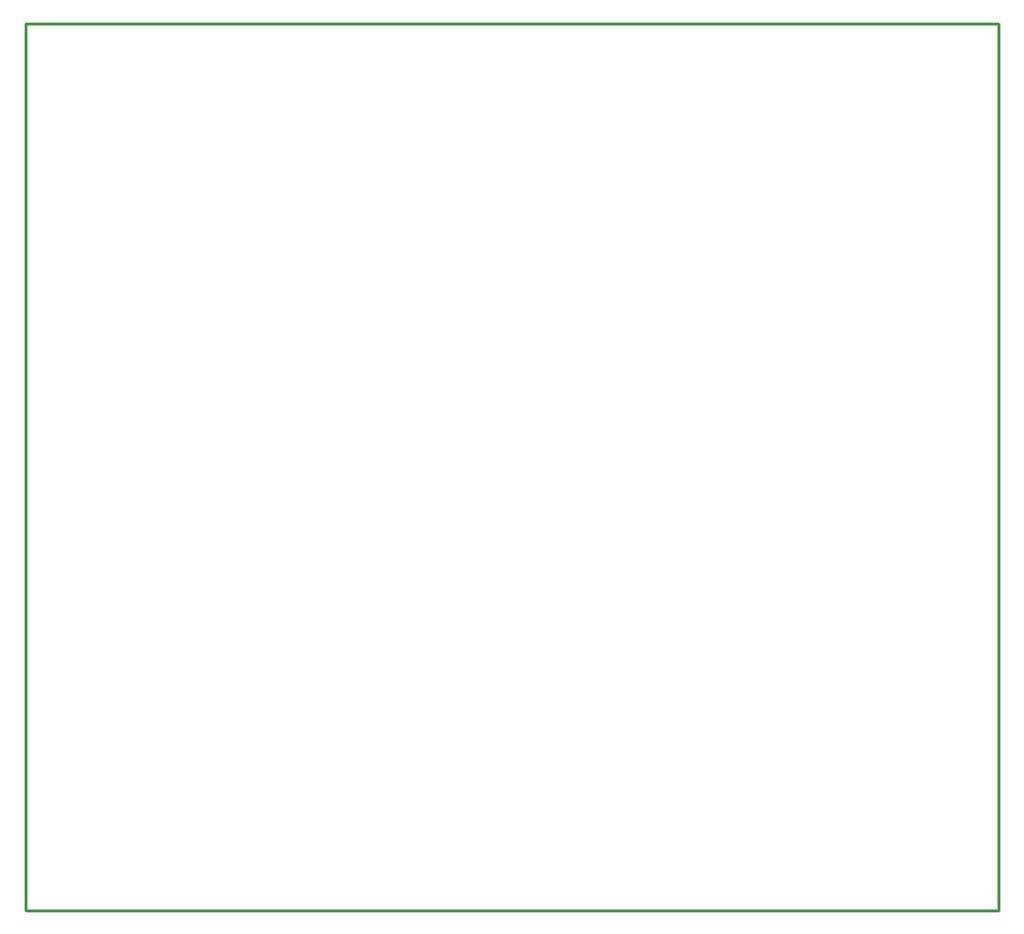
<source format=gko>
G04 Layer: BoardOutline*
G04 EasyEDA v5.9.42, Mon, 25 Mar 2019 10:54:48 GMT*
G04 c4031608a2914fe59fb431af2816202f*
G04 Gerber Generator version 0.2*
G04 Scale: 100 percent, Rotated: No, Reflected: No *
G04 Dimensions in inches *
G04 leading zeros omitted , absolute positions ,2 integer and 4 decimal *
%FSLAX24Y24*%
%MOIN*%
G90*
G70D02*

%ADD10C,0.010000*%
G54D10*
G01X0Y30100D02*
G01X33000Y30100D01*
G01X33000Y0D01*
G01X0Y0D01*
G01X0Y30100D01*

%LPD*%
M00*
M02*

</source>
